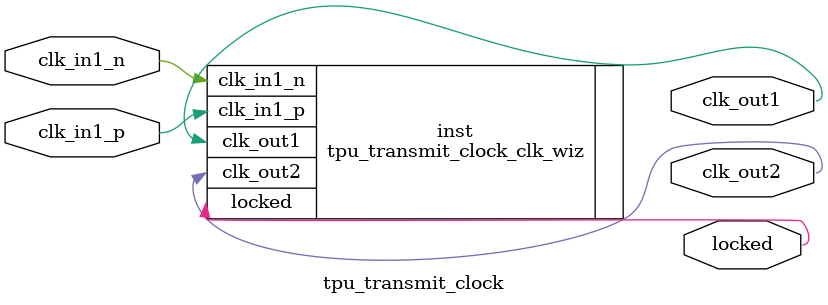
<source format=v>


`timescale 1ps/1ps

(* CORE_GENERATION_INFO = "tpu_transmit_clock,clk_wiz_v6_0_4_0_0,{component_name=tpu_transmit_clock,use_phase_alignment=true,use_min_o_jitter=false,use_max_i_jitter=false,use_dyn_phase_shift=false,use_inclk_switchover=false,use_dyn_reconfig=false,enable_axi=0,feedback_source=FDBK_AUTO,PRIMITIVE=MMCM,num_out_clk=2,clkin1_period=8.000,clkin2_period=10.000,use_power_down=false,use_reset=false,use_locked=true,use_inclk_stopped=false,feedback_type=SINGLE,CLOCK_MGR_TYPE=NA,manual_override=false}" *)

module tpu_transmit_clock 
 (
  // Clock out ports
  output        clk_out1,
  output        clk_out2,
  // Status and control signals
  output        locked,
 // Clock in ports
  input         clk_in1_p,
  input         clk_in1_n
 );

  tpu_transmit_clock_clk_wiz inst
  (
  // Clock out ports  
  .clk_out1(clk_out1),
  .clk_out2(clk_out2),
  // Status and control signals               
  .locked(locked),
 // Clock in ports
  .clk_in1_p(clk_in1_p),
  .clk_in1_n(clk_in1_n)
  );

endmodule

</source>
